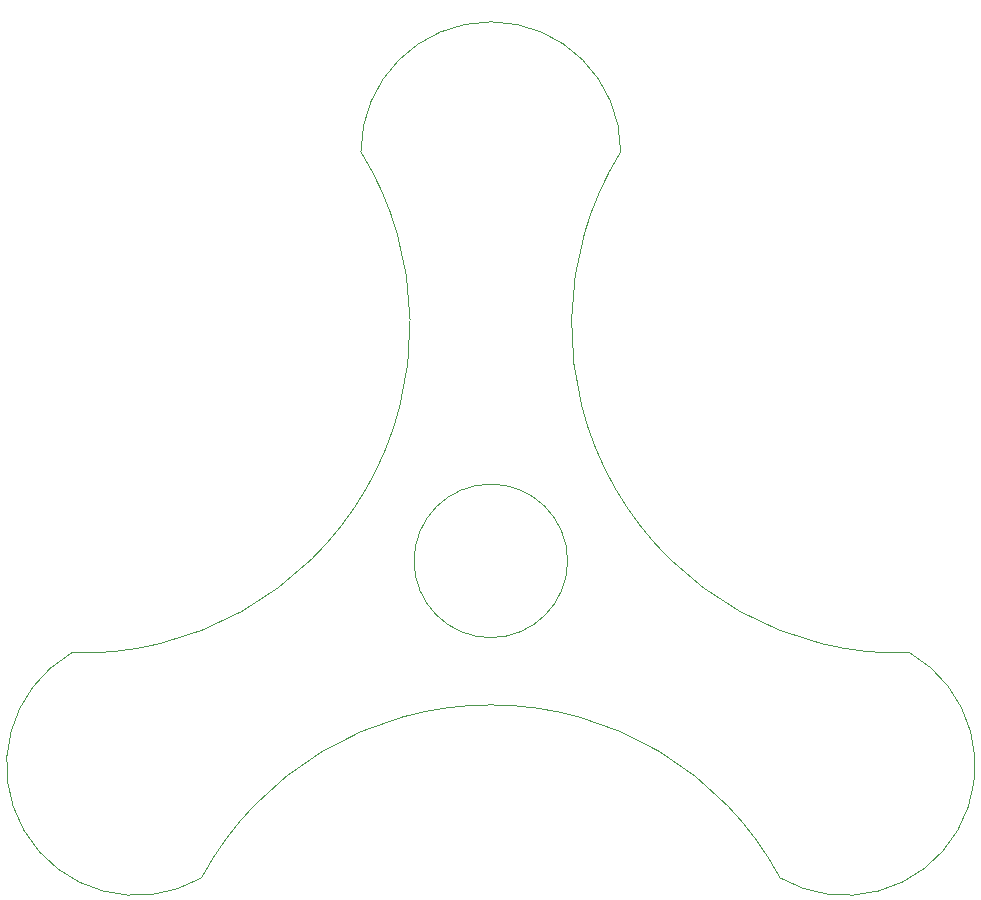
<source format=gbr>
%TF.GenerationSoftware,KiCad,Pcbnew,(7.0.0)*%
%TF.CreationDate,2023-04-30T19:25:27+03:00*%
%TF.ProjectId,LEDSpinner,4c454453-7069-46e6-9e65-722e6b696361,1.0*%
%TF.SameCoordinates,Original*%
%TF.FileFunction,Profile,NP*%
%FSLAX46Y46*%
G04 Gerber Fmt 4.6, Leading zero omitted, Abs format (unit mm)*
G04 Created by KiCad (PCBNEW (7.0.0)) date 2023-04-30 19:25:27*
%MOMM*%
%LPD*%
G01*
G04 APERTURE LIST*
%TA.AperFunction,Profile*%
%ADD10C,0.100000*%
%TD*%
G04 APERTURE END LIST*
D10*
X64498701Y-107795751D02*
G75*
G03*
X75500000Y-126846999I5501299J-9525249D01*
G01*
X64498701Y-107795747D02*
G75*
G03*
X88999999Y-65359000I859179J27795357D01*
G01*
X124499999Y-126846999D02*
G75*
G03*
X135499634Y-107794789I5500001J9525999D01*
G01*
X111000034Y-65359021D02*
G75*
G03*
X135499634Y-107794788I23640966J-14641379D01*
G01*
X111000000Y-65359000D02*
G75*
G03*
X89000000Y-65359000I-11000000J0D01*
G01*
X106500000Y-100000000D02*
G75*
G03*
X106500000Y-100000000I-6500000J0D01*
G01*
X124499999Y-126846999D02*
G75*
G03*
X75500000Y-126847000I-24499999J-13153001D01*
G01*
M02*

</source>
